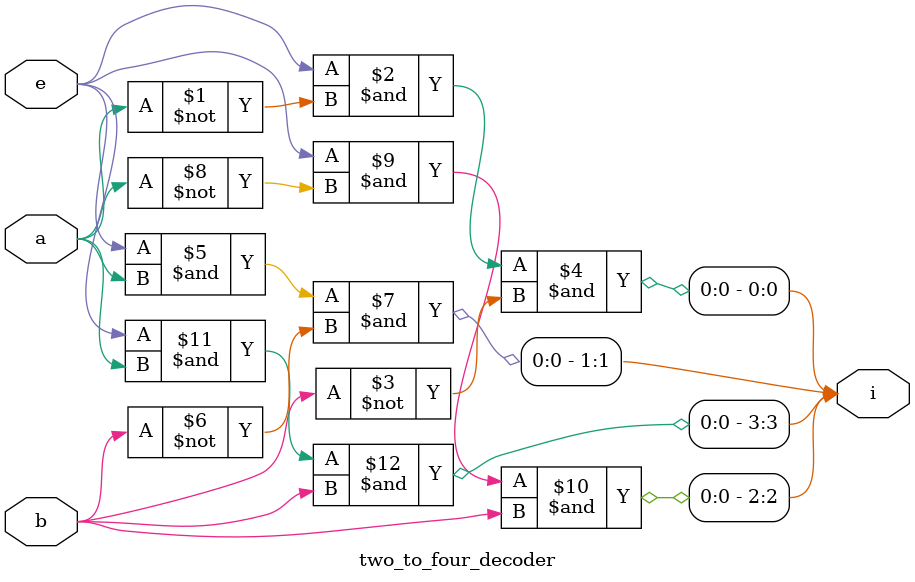
<source format=v>
module two_to_four_decoder(
    output [3:0] i,
    input a,
    input b,
    input e
);

    assign i[0] = e & (~a) & (~b);
    assign i[1] = e & a & (~b);
    assign i[2] = e & (~a) & b;
    assign i[3] = e & a & b ;
    
endmodule
</source>
